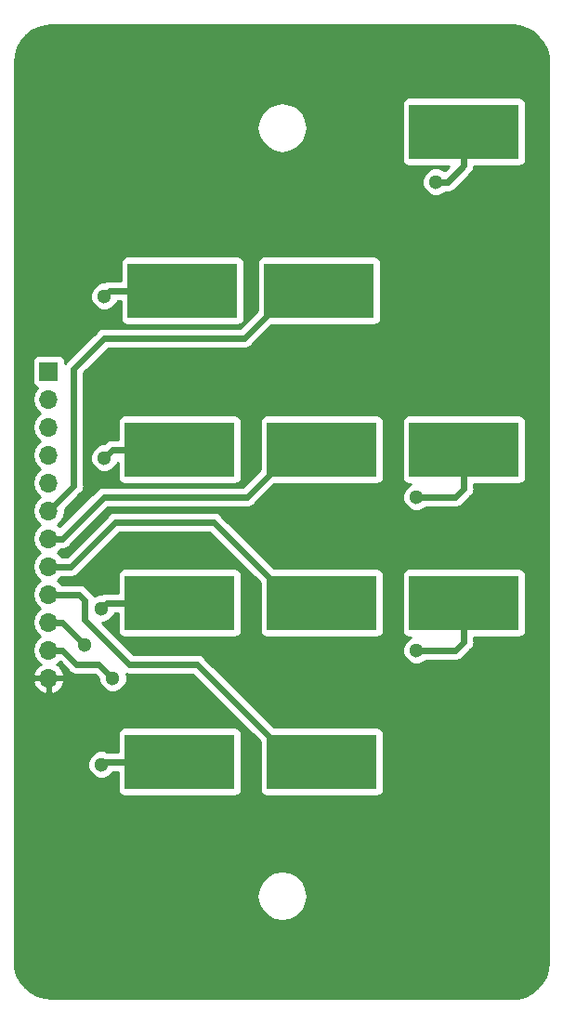
<source format=gbr>
G04 #@! TF.GenerationSoftware,KiCad,Pcbnew,5.0.1*
G04 #@! TF.CreationDate,2019-01-22T15:06:49+05:30*
G04 #@! TF.ProjectId,switches,73776974636865732E6B696361645F70,rev?*
G04 #@! TF.SameCoordinates,Original*
G04 #@! TF.FileFunction,Copper,L2,Bot,Signal*
G04 #@! TF.FilePolarity,Positive*
%FSLAX46Y46*%
G04 Gerber Fmt 4.6, Leading zero omitted, Abs format (unit mm)*
G04 Created by KiCad (PCBNEW 5.0.1) date Tue 22 Jan 2019 03:06:49 PM IST*
%MOMM*%
%LPD*%
G01*
G04 APERTURE LIST*
G04 #@! TA.AperFunction,ComponentPad*
%ADD10O,1.700000X1.700000*%
G04 #@! TD*
G04 #@! TA.AperFunction,ComponentPad*
%ADD11R,1.700000X1.700000*%
G04 #@! TD*
G04 #@! TA.AperFunction,SMDPad,CuDef*
%ADD12R,10.000000X5.000000*%
G04 #@! TD*
G04 #@! TA.AperFunction,ViaPad*
%ADD13C,1.300000*%
G04 #@! TD*
G04 #@! TA.AperFunction,Conductor*
%ADD14C,0.600000*%
G04 #@! TD*
G04 #@! TA.AperFunction,Conductor*
%ADD15C,0.254000*%
G04 #@! TD*
G04 APERTURE END LIST*
D10*
G04 #@! TO.P,J1,12*
G04 #@! TO.N,+5V*
X97790000Y-111506000D03*
G04 #@! TO.P,J1,11*
G04 #@! TO.N,/s10*
X97790000Y-108966000D03*
G04 #@! TO.P,J1,10*
G04 #@! TO.N,/s9*
X97790000Y-106426000D03*
G04 #@! TO.P,J1,9*
G04 #@! TO.N,/s8*
X97790000Y-103886000D03*
G04 #@! TO.P,J1,8*
G04 #@! TO.N,/s7*
X97790000Y-101346000D03*
G04 #@! TO.P,J1,7*
G04 #@! TO.N,/s6*
X97790000Y-98806000D03*
G04 #@! TO.P,J1,6*
G04 #@! TO.N,/s5*
X97790000Y-96266000D03*
G04 #@! TO.P,J1,5*
G04 #@! TO.N,/s4*
X97790000Y-93726000D03*
G04 #@! TO.P,J1,4*
G04 #@! TO.N,/s3*
X97790000Y-91186000D03*
G04 #@! TO.P,J1,3*
G04 #@! TO.N,/s2*
X97790000Y-88646000D03*
G04 #@! TO.P,J1,2*
G04 #@! TO.N,/s1*
X97790000Y-86106000D03*
D11*
G04 #@! TO.P,J1,1*
G04 #@! TO.N,GND*
X97790000Y-83566000D03*
G04 #@! TD*
D12*
G04 #@! TO.P,J12,1*
G04 #@! TO.N,/s10*
X135636000Y-104648000D03*
G04 #@! TD*
G04 #@! TO.P,J11,1*
G04 #@! TO.N,/s9*
X135636000Y-90678000D03*
G04 #@! TD*
G04 #@! TO.P,J10,1*
G04 #@! TO.N,/s8*
X122682000Y-119126000D03*
G04 #@! TD*
G04 #@! TO.P,J9,1*
G04 #@! TO.N,/s7*
X122682000Y-104648000D03*
G04 #@! TD*
G04 #@! TO.P,J8,1*
G04 #@! TO.N,/s6*
X122682000Y-90678000D03*
G04 #@! TD*
G04 #@! TO.P,J7,1*
G04 #@! TO.N,/s5*
X122428000Y-76200000D03*
G04 #@! TD*
G04 #@! TO.P,J6,1*
G04 #@! TO.N,/s4*
X109728000Y-119126000D03*
G04 #@! TD*
G04 #@! TO.P,J5,1*
G04 #@! TO.N,/s3*
X109728000Y-104648000D03*
G04 #@! TD*
G04 #@! TO.P,J4,1*
G04 #@! TO.N,/s2*
X109728000Y-90678000D03*
G04 #@! TD*
G04 #@! TO.P,J3,1*
G04 #@! TO.N,/s1*
X109982000Y-76200000D03*
G04 #@! TD*
G04 #@! TO.P,J2,1*
G04 #@! TO.N,GND*
X135636000Y-61722000D03*
G04 #@! TD*
D13*
G04 #@! TO.N,/s10*
X131318000Y-108966000D03*
X103632000Y-111506000D03*
G04 #@! TO.N,/s8*
X122682000Y-119126000D03*
G04 #@! TO.N,/s6*
X122682000Y-90678000D03*
G04 #@! TO.N,/s4*
X102616000Y-119380000D03*
G04 #@! TO.N,/s2*
X102870000Y-91440000D03*
G04 #@! TO.N,/s9*
X131318000Y-94996000D03*
X101092000Y-108458000D03*
G04 #@! TO.N,/s7*
X122682000Y-104640723D03*
G04 #@! TO.N,/s5*
X122428000Y-76164543D03*
G04 #@! TO.N,/s3*
X102616000Y-105156000D03*
G04 #@! TO.N,/s1*
X102870000Y-76708000D03*
G04 #@! TO.N,GND*
X133096000Y-66294000D03*
G04 #@! TO.N,+5V*
X121412000Y-100330000D03*
X121412000Y-71628000D03*
X105664000Y-70358000D03*
X105664000Y-85090000D03*
X105664000Y-99060000D03*
X105664000Y-113792000D03*
X121412000Y-114808000D03*
X130302000Y-99314000D03*
X121412000Y-86360000D03*
X130302000Y-85090000D03*
G04 #@! TD*
D14*
G04 #@! TO.N,/s10*
X131318000Y-108966000D02*
X134874000Y-108966000D01*
X135636000Y-108204000D02*
X135636000Y-104648000D01*
X134874000Y-108966000D02*
X135636000Y-108204000D01*
X100330000Y-110236000D02*
X99060000Y-108966000D01*
X102362000Y-110236000D02*
X100330000Y-110236000D01*
X97790000Y-108966000D02*
X99060000Y-108966000D01*
X102362000Y-110236000D02*
X103632000Y-111506000D01*
G04 #@! TO.N,/s8*
X120182000Y-119126000D02*
X122682000Y-119126000D01*
X97790000Y-103886000D02*
X100584000Y-103886000D01*
X100584000Y-103886000D02*
X101092000Y-104394000D01*
X101092000Y-104394000D02*
X101092000Y-106172000D01*
X101092000Y-106172000D02*
X105156000Y-110236000D01*
X105156000Y-110236000D02*
X111292000Y-110236000D01*
X111292000Y-110236000D02*
X120182000Y-119126000D01*
G04 #@! TO.N,/s6*
X98992081Y-98806000D02*
X102802081Y-94996000D01*
X97790000Y-98806000D02*
X98992081Y-98806000D01*
X120182000Y-90678000D02*
X122682000Y-90678000D01*
X115864000Y-94996000D02*
X120182000Y-90678000D01*
X102802081Y-94996000D02*
X115864000Y-94996000D01*
G04 #@! TO.N,/s4*
X102870000Y-119126000D02*
X102616000Y-119380000D01*
X109728000Y-119126000D02*
X102870000Y-119126000D01*
G04 #@! TO.N,/s2*
X103632000Y-90678000D02*
X102870000Y-91440000D01*
X109728000Y-90678000D02*
X103632000Y-90678000D01*
G04 #@! TO.N,/s9*
X135636000Y-94234000D02*
X134874000Y-94996000D01*
X131318000Y-94996000D02*
X134874000Y-94996000D01*
X135636000Y-94234000D02*
X135636000Y-90678000D01*
X97790000Y-106426000D02*
X99060000Y-106426000D01*
X99060000Y-106426000D02*
X101092000Y-108458000D01*
G04 #@! TO.N,/s7*
X97790000Y-101346000D02*
X99822000Y-101346000D01*
X99822000Y-101346000D02*
X103886000Y-97282000D01*
X120182000Y-104648000D02*
X122682000Y-104648000D01*
X112816000Y-97282000D02*
X120182000Y-104648000D01*
X103886000Y-97282000D02*
X112816000Y-97282000D01*
G04 #@! TO.N,/s5*
X97790000Y-96266000D02*
X100076000Y-93980000D01*
X100076000Y-93980000D02*
X100076000Y-83312000D01*
X100076000Y-83312000D02*
X102870000Y-80518000D01*
X119928000Y-76200000D02*
X122428000Y-76200000D01*
X115610000Y-80518000D02*
X119928000Y-76200000D01*
X102870000Y-80518000D02*
X115610000Y-80518000D01*
G04 #@! TO.N,/s3*
X103124000Y-104648000D02*
X102616000Y-105156000D01*
X109728000Y-104648000D02*
X103124000Y-104648000D01*
G04 #@! TO.N,/s1*
X103378000Y-76200000D02*
X102870000Y-76708000D01*
X109982000Y-76200000D02*
X103378000Y-76200000D01*
G04 #@! TO.N,GND*
X134164000Y-66294000D02*
X133096000Y-66294000D01*
X135636000Y-61722000D02*
X135636000Y-64822000D01*
X135636000Y-64822000D02*
X134164000Y-66294000D01*
G04 #@! TD*
D15*
G04 #@! TO.N,+5V*
G36*
X140683861Y-52128160D02*
X141322530Y-52328307D01*
X141907902Y-52652784D01*
X142416078Y-53088343D01*
X142826289Y-53617183D01*
X143121786Y-54217712D01*
X143292623Y-54873567D01*
X143333001Y-55398325D01*
X143333000Y-137337302D01*
X143261839Y-138037865D01*
X143061693Y-138676532D01*
X142737215Y-139261904D01*
X142301657Y-139770077D01*
X141772815Y-140180290D01*
X141172287Y-140475786D01*
X140516433Y-140646623D01*
X139991687Y-140687000D01*
X98052698Y-140687000D01*
X97352135Y-140615839D01*
X96713468Y-140415693D01*
X96128096Y-140091215D01*
X95619923Y-139655657D01*
X95209710Y-139126815D01*
X94914214Y-138526287D01*
X94743377Y-137870433D01*
X94703000Y-137345687D01*
X94703000Y-131372000D01*
X116748327Y-131372000D01*
X116861142Y-132084284D01*
X117188543Y-132726845D01*
X117698482Y-133236784D01*
X118341043Y-133564185D01*
X119053327Y-133677000D01*
X119765611Y-133564185D01*
X120408172Y-133236784D01*
X120918111Y-132726845D01*
X121245512Y-132084284D01*
X121358327Y-131372000D01*
X121245512Y-130659716D01*
X120918111Y-130017155D01*
X120408172Y-129507216D01*
X119765611Y-129179815D01*
X119053327Y-129067000D01*
X118341043Y-129179815D01*
X117698482Y-129507216D01*
X117188543Y-130017155D01*
X116861142Y-130659716D01*
X116748327Y-131372000D01*
X94703000Y-131372000D01*
X94703000Y-119124398D01*
X101331000Y-119124398D01*
X101331000Y-119635602D01*
X101526629Y-120107894D01*
X101888106Y-120469371D01*
X102360398Y-120665000D01*
X102871602Y-120665000D01*
X103343894Y-120469371D01*
X103705371Y-120107894D01*
X103724795Y-120061000D01*
X104080560Y-120061000D01*
X104080560Y-121626000D01*
X104129843Y-121873765D01*
X104270191Y-122083809D01*
X104480235Y-122224157D01*
X104728000Y-122273440D01*
X114728000Y-122273440D01*
X114975765Y-122224157D01*
X115185809Y-122083809D01*
X115326157Y-121873765D01*
X115375440Y-121626000D01*
X115375440Y-116626000D01*
X115326157Y-116378235D01*
X115185809Y-116168191D01*
X114975765Y-116027843D01*
X114728000Y-115978560D01*
X104728000Y-115978560D01*
X104480235Y-116027843D01*
X104270191Y-116168191D01*
X104129843Y-116378235D01*
X104080560Y-116626000D01*
X104080560Y-118191000D01*
X103103367Y-118191000D01*
X102871602Y-118095000D01*
X102360398Y-118095000D01*
X101888106Y-118290629D01*
X101526629Y-118652106D01*
X101331000Y-119124398D01*
X94703000Y-119124398D01*
X94703000Y-111862890D01*
X96348524Y-111862890D01*
X96518355Y-112272924D01*
X96908642Y-112701183D01*
X97433108Y-112947486D01*
X97663000Y-112826819D01*
X97663000Y-111633000D01*
X97917000Y-111633000D01*
X97917000Y-112826819D01*
X98146892Y-112947486D01*
X98671358Y-112701183D01*
X99061645Y-112272924D01*
X99231476Y-111862890D01*
X99110155Y-111633000D01*
X97917000Y-111633000D01*
X97663000Y-111633000D01*
X96469845Y-111633000D01*
X96348524Y-111862890D01*
X94703000Y-111862890D01*
X94703000Y-86106000D01*
X96275908Y-86106000D01*
X96391161Y-86685418D01*
X96719375Y-87176625D01*
X97017761Y-87376000D01*
X96719375Y-87575375D01*
X96391161Y-88066582D01*
X96275908Y-88646000D01*
X96391161Y-89225418D01*
X96719375Y-89716625D01*
X97017761Y-89916000D01*
X96719375Y-90115375D01*
X96391161Y-90606582D01*
X96275908Y-91186000D01*
X96391161Y-91765418D01*
X96719375Y-92256625D01*
X97017761Y-92456000D01*
X96719375Y-92655375D01*
X96391161Y-93146582D01*
X96275908Y-93726000D01*
X96391161Y-94305418D01*
X96719375Y-94796625D01*
X97017761Y-94996000D01*
X96719375Y-95195375D01*
X96391161Y-95686582D01*
X96275908Y-96266000D01*
X96391161Y-96845418D01*
X96719375Y-97336625D01*
X97017761Y-97536000D01*
X96719375Y-97735375D01*
X96391161Y-98226582D01*
X96275908Y-98806000D01*
X96391161Y-99385418D01*
X96719375Y-99876625D01*
X97017761Y-100076000D01*
X96719375Y-100275375D01*
X96391161Y-100766582D01*
X96275908Y-101346000D01*
X96391161Y-101925418D01*
X96719375Y-102416625D01*
X97017761Y-102616000D01*
X96719375Y-102815375D01*
X96391161Y-103306582D01*
X96275908Y-103886000D01*
X96391161Y-104465418D01*
X96719375Y-104956625D01*
X97017761Y-105156000D01*
X96719375Y-105355375D01*
X96391161Y-105846582D01*
X96275908Y-106426000D01*
X96391161Y-107005418D01*
X96719375Y-107496625D01*
X97017761Y-107696000D01*
X96719375Y-107895375D01*
X96391161Y-108386582D01*
X96275908Y-108966000D01*
X96391161Y-109545418D01*
X96719375Y-110036625D01*
X97038478Y-110249843D01*
X96908642Y-110310817D01*
X96518355Y-110739076D01*
X96348524Y-111149110D01*
X96469845Y-111379000D01*
X97663000Y-111379000D01*
X97663000Y-111359000D01*
X97917000Y-111359000D01*
X97917000Y-111379000D01*
X99110155Y-111379000D01*
X99231476Y-111149110D01*
X99061645Y-110739076D01*
X98671358Y-110310817D01*
X98541522Y-110249843D01*
X98829280Y-110057569D01*
X99603740Y-110832030D01*
X99655903Y-110910097D01*
X99965181Y-111116750D01*
X100237914Y-111171000D01*
X100237917Y-111171000D01*
X100329999Y-111189316D01*
X100422081Y-111171000D01*
X101974711Y-111171000D01*
X102347000Y-111543290D01*
X102347000Y-111761602D01*
X102542629Y-112233894D01*
X102904106Y-112595371D01*
X103376398Y-112791000D01*
X103887602Y-112791000D01*
X104359894Y-112595371D01*
X104721371Y-112233894D01*
X104917000Y-111761602D01*
X104917000Y-111250398D01*
X104867968Y-111132024D01*
X105156000Y-111189317D01*
X105248086Y-111171000D01*
X110904711Y-111171000D01*
X117034560Y-117300849D01*
X117034560Y-121626000D01*
X117083843Y-121873765D01*
X117224191Y-122083809D01*
X117434235Y-122224157D01*
X117682000Y-122273440D01*
X127682000Y-122273440D01*
X127929765Y-122224157D01*
X128139809Y-122083809D01*
X128280157Y-121873765D01*
X128329440Y-121626000D01*
X128329440Y-116626000D01*
X128280157Y-116378235D01*
X128139809Y-116168191D01*
X127929765Y-116027843D01*
X127682000Y-115978560D01*
X118356849Y-115978560D01*
X112018261Y-109639972D01*
X111966097Y-109561903D01*
X111656819Y-109355250D01*
X111384086Y-109301000D01*
X111292000Y-109282683D01*
X111199914Y-109301000D01*
X105543290Y-109301000D01*
X102683289Y-106441000D01*
X102871602Y-106441000D01*
X103343894Y-106245371D01*
X103705371Y-105883894D01*
X103830005Y-105583000D01*
X104080560Y-105583000D01*
X104080560Y-107148000D01*
X104129843Y-107395765D01*
X104270191Y-107605809D01*
X104480235Y-107746157D01*
X104728000Y-107795440D01*
X114728000Y-107795440D01*
X114975765Y-107746157D01*
X115185809Y-107605809D01*
X115326157Y-107395765D01*
X115375440Y-107148000D01*
X115375440Y-102148000D01*
X115326157Y-101900235D01*
X115185809Y-101690191D01*
X114975765Y-101549843D01*
X114728000Y-101500560D01*
X104728000Y-101500560D01*
X104480235Y-101549843D01*
X104270191Y-101690191D01*
X104129843Y-101900235D01*
X104080560Y-102148000D01*
X104080560Y-103713000D01*
X103216080Y-103713000D01*
X103123999Y-103694684D01*
X103031918Y-103713000D01*
X103031914Y-103713000D01*
X102759181Y-103767250D01*
X102603908Y-103871000D01*
X102360398Y-103871000D01*
X101973189Y-104031387D01*
X101972750Y-104029181D01*
X101766097Y-103719903D01*
X101688028Y-103667739D01*
X101310261Y-103289972D01*
X101258097Y-103211903D01*
X100948819Y-103005250D01*
X100676086Y-102951000D01*
X100584000Y-102932683D01*
X100491914Y-102951000D01*
X98951247Y-102951000D01*
X98860625Y-102815375D01*
X98562239Y-102616000D01*
X98860625Y-102416625D01*
X98951247Y-102281000D01*
X99729914Y-102281000D01*
X99822000Y-102299317D01*
X99914086Y-102281000D01*
X100186819Y-102226750D01*
X100496097Y-102020097D01*
X100548261Y-101942028D01*
X104273290Y-98217000D01*
X112428711Y-98217000D01*
X117034560Y-102822850D01*
X117034560Y-107148000D01*
X117083843Y-107395765D01*
X117224191Y-107605809D01*
X117434235Y-107746157D01*
X117682000Y-107795440D01*
X127682000Y-107795440D01*
X127929765Y-107746157D01*
X128139809Y-107605809D01*
X128280157Y-107395765D01*
X128329440Y-107148000D01*
X128329440Y-102148000D01*
X129988560Y-102148000D01*
X129988560Y-107148000D01*
X130037843Y-107395765D01*
X130178191Y-107605809D01*
X130388235Y-107746157D01*
X130636000Y-107795440D01*
X130786114Y-107795440D01*
X130590106Y-107876629D01*
X130228629Y-108238106D01*
X130033000Y-108710398D01*
X130033000Y-109221602D01*
X130228629Y-109693894D01*
X130590106Y-110055371D01*
X131062398Y-110251000D01*
X131573602Y-110251000D01*
X132045894Y-110055371D01*
X132200265Y-109901000D01*
X134781914Y-109901000D01*
X134874000Y-109919317D01*
X134966086Y-109901000D01*
X135238819Y-109846750D01*
X135548097Y-109640097D01*
X135600261Y-109562028D01*
X136232031Y-108930259D01*
X136310097Y-108878097D01*
X136516750Y-108568819D01*
X136571000Y-108296086D01*
X136571000Y-108296085D01*
X136589317Y-108204000D01*
X136571000Y-108111914D01*
X136571000Y-107795440D01*
X140636000Y-107795440D01*
X140883765Y-107746157D01*
X141093809Y-107605809D01*
X141234157Y-107395765D01*
X141283440Y-107148000D01*
X141283440Y-102148000D01*
X141234157Y-101900235D01*
X141093809Y-101690191D01*
X140883765Y-101549843D01*
X140636000Y-101500560D01*
X130636000Y-101500560D01*
X130388235Y-101549843D01*
X130178191Y-101690191D01*
X130037843Y-101900235D01*
X129988560Y-102148000D01*
X128329440Y-102148000D01*
X128280157Y-101900235D01*
X128139809Y-101690191D01*
X127929765Y-101549843D01*
X127682000Y-101500560D01*
X118356850Y-101500560D01*
X113542261Y-96685972D01*
X113490097Y-96607903D01*
X113180819Y-96401250D01*
X112908086Y-96347000D01*
X112816000Y-96328683D01*
X112723914Y-96347000D01*
X103978086Y-96347000D01*
X103886000Y-96328683D01*
X103793914Y-96347000D01*
X103521181Y-96401250D01*
X103211903Y-96607903D01*
X103159741Y-96685969D01*
X99434711Y-100411000D01*
X98951247Y-100411000D01*
X98860625Y-100275375D01*
X98562239Y-100076000D01*
X98860625Y-99876625D01*
X98945234Y-99749999D01*
X98992081Y-99759317D01*
X99084167Y-99741000D01*
X99356900Y-99686750D01*
X99666178Y-99480097D01*
X99718342Y-99402028D01*
X103189370Y-95931000D01*
X115771914Y-95931000D01*
X115864000Y-95949317D01*
X115956086Y-95931000D01*
X116228819Y-95876750D01*
X116538097Y-95670097D01*
X116590261Y-95592028D01*
X118356849Y-93825440D01*
X127682000Y-93825440D01*
X127929765Y-93776157D01*
X128139809Y-93635809D01*
X128280157Y-93425765D01*
X128329440Y-93178000D01*
X128329440Y-88178000D01*
X129988560Y-88178000D01*
X129988560Y-93178000D01*
X130037843Y-93425765D01*
X130178191Y-93635809D01*
X130388235Y-93776157D01*
X130636000Y-93825440D01*
X130786114Y-93825440D01*
X130590106Y-93906629D01*
X130228629Y-94268106D01*
X130033000Y-94740398D01*
X130033000Y-95251602D01*
X130228629Y-95723894D01*
X130590106Y-96085371D01*
X131062398Y-96281000D01*
X131573602Y-96281000D01*
X132045894Y-96085371D01*
X132200265Y-95931000D01*
X134781914Y-95931000D01*
X134874000Y-95949317D01*
X134966086Y-95931000D01*
X135238819Y-95876750D01*
X135548097Y-95670097D01*
X135600261Y-95592028D01*
X136232031Y-94960259D01*
X136310097Y-94908097D01*
X136516750Y-94598819D01*
X136571000Y-94326086D01*
X136571000Y-94326085D01*
X136589317Y-94234000D01*
X136571000Y-94141914D01*
X136571000Y-93825440D01*
X140636000Y-93825440D01*
X140883765Y-93776157D01*
X141093809Y-93635809D01*
X141234157Y-93425765D01*
X141283440Y-93178000D01*
X141283440Y-88178000D01*
X141234157Y-87930235D01*
X141093809Y-87720191D01*
X140883765Y-87579843D01*
X140636000Y-87530560D01*
X130636000Y-87530560D01*
X130388235Y-87579843D01*
X130178191Y-87720191D01*
X130037843Y-87930235D01*
X129988560Y-88178000D01*
X128329440Y-88178000D01*
X128280157Y-87930235D01*
X128139809Y-87720191D01*
X127929765Y-87579843D01*
X127682000Y-87530560D01*
X117682000Y-87530560D01*
X117434235Y-87579843D01*
X117224191Y-87720191D01*
X117083843Y-87930235D01*
X117034560Y-88178000D01*
X117034560Y-92503151D01*
X115476711Y-94061000D01*
X102894167Y-94061000D01*
X102802081Y-94042683D01*
X102709995Y-94061000D01*
X102437262Y-94115250D01*
X102127984Y-94321903D01*
X102075820Y-94399972D01*
X98788566Y-97687226D01*
X98562239Y-97536000D01*
X98860625Y-97336625D01*
X99188839Y-96845418D01*
X99304092Y-96266000D01*
X99272270Y-96106019D01*
X100672031Y-94706259D01*
X100750097Y-94654097D01*
X100956750Y-94344819D01*
X101011000Y-94072086D01*
X101011000Y-94072083D01*
X101029316Y-93980001D01*
X101011000Y-93887919D01*
X101011000Y-91184398D01*
X101585000Y-91184398D01*
X101585000Y-91695602D01*
X101780629Y-92167894D01*
X102142106Y-92529371D01*
X102614398Y-92725000D01*
X103125602Y-92725000D01*
X103597894Y-92529371D01*
X103959371Y-92167894D01*
X104080560Y-91875317D01*
X104080560Y-93178000D01*
X104129843Y-93425765D01*
X104270191Y-93635809D01*
X104480235Y-93776157D01*
X104728000Y-93825440D01*
X114728000Y-93825440D01*
X114975765Y-93776157D01*
X115185809Y-93635809D01*
X115326157Y-93425765D01*
X115375440Y-93178000D01*
X115375440Y-88178000D01*
X115326157Y-87930235D01*
X115185809Y-87720191D01*
X114975765Y-87579843D01*
X114728000Y-87530560D01*
X104728000Y-87530560D01*
X104480235Y-87579843D01*
X104270191Y-87720191D01*
X104129843Y-87930235D01*
X104080560Y-88178000D01*
X104080560Y-89743000D01*
X103724086Y-89743000D01*
X103632000Y-89724683D01*
X103539914Y-89743000D01*
X103267181Y-89797250D01*
X102957903Y-90003903D01*
X102905741Y-90081970D01*
X102832710Y-90155000D01*
X102614398Y-90155000D01*
X102142106Y-90350629D01*
X101780629Y-90712106D01*
X101585000Y-91184398D01*
X101011000Y-91184398D01*
X101011000Y-83699289D01*
X103257289Y-81453000D01*
X115517914Y-81453000D01*
X115610000Y-81471317D01*
X115702086Y-81453000D01*
X115974819Y-81398750D01*
X116284097Y-81192097D01*
X116336261Y-81114028D01*
X118102849Y-79347440D01*
X127428000Y-79347440D01*
X127675765Y-79298157D01*
X127885809Y-79157809D01*
X128026157Y-78947765D01*
X128075440Y-78700000D01*
X128075440Y-73700000D01*
X128026157Y-73452235D01*
X127885809Y-73242191D01*
X127675765Y-73101843D01*
X127428000Y-73052560D01*
X117428000Y-73052560D01*
X117180235Y-73101843D01*
X116970191Y-73242191D01*
X116829843Y-73452235D01*
X116780560Y-73700000D01*
X116780560Y-78025151D01*
X115222711Y-79583000D01*
X102962086Y-79583000D01*
X102870000Y-79564683D01*
X102777914Y-79583000D01*
X102505181Y-79637250D01*
X102195903Y-79843903D01*
X102143739Y-79921972D01*
X99479970Y-82585741D01*
X99401904Y-82637903D01*
X99349742Y-82715969D01*
X99349741Y-82715970D01*
X99287440Y-82809210D01*
X99287440Y-82716000D01*
X99238157Y-82468235D01*
X99097809Y-82258191D01*
X98887765Y-82117843D01*
X98640000Y-82068560D01*
X96940000Y-82068560D01*
X96692235Y-82117843D01*
X96482191Y-82258191D01*
X96341843Y-82468235D01*
X96292560Y-82716000D01*
X96292560Y-84416000D01*
X96341843Y-84663765D01*
X96482191Y-84873809D01*
X96692235Y-85014157D01*
X96737619Y-85023184D01*
X96719375Y-85035375D01*
X96391161Y-85526582D01*
X96275908Y-86106000D01*
X94703000Y-86106000D01*
X94703000Y-76452398D01*
X101585000Y-76452398D01*
X101585000Y-76963602D01*
X101780629Y-77435894D01*
X102142106Y-77797371D01*
X102614398Y-77993000D01*
X103125602Y-77993000D01*
X103597894Y-77797371D01*
X103959371Y-77435894D01*
X104084005Y-77135000D01*
X104334560Y-77135000D01*
X104334560Y-78700000D01*
X104383843Y-78947765D01*
X104524191Y-79157809D01*
X104734235Y-79298157D01*
X104982000Y-79347440D01*
X114982000Y-79347440D01*
X115229765Y-79298157D01*
X115439809Y-79157809D01*
X115580157Y-78947765D01*
X115629440Y-78700000D01*
X115629440Y-73700000D01*
X115580157Y-73452235D01*
X115439809Y-73242191D01*
X115229765Y-73101843D01*
X114982000Y-73052560D01*
X104982000Y-73052560D01*
X104734235Y-73101843D01*
X104524191Y-73242191D01*
X104383843Y-73452235D01*
X104334560Y-73700000D01*
X104334560Y-75265000D01*
X103470080Y-75265000D01*
X103377999Y-75246684D01*
X103285918Y-75265000D01*
X103285914Y-75265000D01*
X103013181Y-75319250D01*
X102857908Y-75423000D01*
X102614398Y-75423000D01*
X102142106Y-75618629D01*
X101780629Y-75980106D01*
X101585000Y-76452398D01*
X94703000Y-76452398D01*
X94703000Y-61372000D01*
X116748326Y-61372000D01*
X116861141Y-62084284D01*
X117188542Y-62726846D01*
X117698481Y-63236785D01*
X118341043Y-63564186D01*
X119053327Y-63677001D01*
X119765611Y-63564186D01*
X120408173Y-63236785D01*
X120918112Y-62726846D01*
X121245513Y-62084284D01*
X121358328Y-61372000D01*
X121245513Y-60659716D01*
X120918112Y-60017154D01*
X120408173Y-59507215D01*
X119848406Y-59222000D01*
X129988560Y-59222000D01*
X129988560Y-64222000D01*
X130037843Y-64469765D01*
X130178191Y-64679809D01*
X130388235Y-64820157D01*
X130636000Y-64869440D01*
X134266270Y-64869440D01*
X133877488Y-65258223D01*
X133823894Y-65204629D01*
X133351602Y-65009000D01*
X132840398Y-65009000D01*
X132368106Y-65204629D01*
X132006629Y-65566106D01*
X131811000Y-66038398D01*
X131811000Y-66549602D01*
X132006629Y-67021894D01*
X132368106Y-67383371D01*
X132840398Y-67579000D01*
X133351602Y-67579000D01*
X133823894Y-67383371D01*
X133978265Y-67229000D01*
X134071914Y-67229000D01*
X134164000Y-67247317D01*
X134256086Y-67229000D01*
X134528819Y-67174750D01*
X134838097Y-66968097D01*
X134890261Y-66890028D01*
X136232031Y-65548259D01*
X136310097Y-65496097D01*
X136516750Y-65186819D01*
X136571000Y-64914086D01*
X136571000Y-64914083D01*
X136579880Y-64869440D01*
X140636000Y-64869440D01*
X140883765Y-64820157D01*
X141093809Y-64679809D01*
X141234157Y-64469765D01*
X141283440Y-64222000D01*
X141283440Y-59222000D01*
X141234157Y-58974235D01*
X141093809Y-58764191D01*
X140883765Y-58623843D01*
X140636000Y-58574560D01*
X130636000Y-58574560D01*
X130388235Y-58623843D01*
X130178191Y-58764191D01*
X130037843Y-58974235D01*
X129988560Y-59222000D01*
X119848406Y-59222000D01*
X119765611Y-59179814D01*
X119053327Y-59066999D01*
X118341043Y-59179814D01*
X117698481Y-59507215D01*
X117188542Y-60017154D01*
X116861141Y-60659716D01*
X116748326Y-61372000D01*
X94703000Y-61372000D01*
X94703000Y-55406698D01*
X94774160Y-54706139D01*
X94974307Y-54067470D01*
X95298784Y-53482098D01*
X95734343Y-52973922D01*
X96263183Y-52563711D01*
X96863712Y-52268214D01*
X97519567Y-52097377D01*
X98044313Y-52057000D01*
X139983302Y-52057000D01*
X140683861Y-52128160D01*
X140683861Y-52128160D01*
G37*
X140683861Y-52128160D02*
X141322530Y-52328307D01*
X141907902Y-52652784D01*
X142416078Y-53088343D01*
X142826289Y-53617183D01*
X143121786Y-54217712D01*
X143292623Y-54873567D01*
X143333001Y-55398325D01*
X143333000Y-137337302D01*
X143261839Y-138037865D01*
X143061693Y-138676532D01*
X142737215Y-139261904D01*
X142301657Y-139770077D01*
X141772815Y-140180290D01*
X141172287Y-140475786D01*
X140516433Y-140646623D01*
X139991687Y-140687000D01*
X98052698Y-140687000D01*
X97352135Y-140615839D01*
X96713468Y-140415693D01*
X96128096Y-140091215D01*
X95619923Y-139655657D01*
X95209710Y-139126815D01*
X94914214Y-138526287D01*
X94743377Y-137870433D01*
X94703000Y-137345687D01*
X94703000Y-131372000D01*
X116748327Y-131372000D01*
X116861142Y-132084284D01*
X117188543Y-132726845D01*
X117698482Y-133236784D01*
X118341043Y-133564185D01*
X119053327Y-133677000D01*
X119765611Y-133564185D01*
X120408172Y-133236784D01*
X120918111Y-132726845D01*
X121245512Y-132084284D01*
X121358327Y-131372000D01*
X121245512Y-130659716D01*
X120918111Y-130017155D01*
X120408172Y-129507216D01*
X119765611Y-129179815D01*
X119053327Y-129067000D01*
X118341043Y-129179815D01*
X117698482Y-129507216D01*
X117188543Y-130017155D01*
X116861142Y-130659716D01*
X116748327Y-131372000D01*
X94703000Y-131372000D01*
X94703000Y-119124398D01*
X101331000Y-119124398D01*
X101331000Y-119635602D01*
X101526629Y-120107894D01*
X101888106Y-120469371D01*
X102360398Y-120665000D01*
X102871602Y-120665000D01*
X103343894Y-120469371D01*
X103705371Y-120107894D01*
X103724795Y-120061000D01*
X104080560Y-120061000D01*
X104080560Y-121626000D01*
X104129843Y-121873765D01*
X104270191Y-122083809D01*
X104480235Y-122224157D01*
X104728000Y-122273440D01*
X114728000Y-122273440D01*
X114975765Y-122224157D01*
X115185809Y-122083809D01*
X115326157Y-121873765D01*
X115375440Y-121626000D01*
X115375440Y-116626000D01*
X115326157Y-116378235D01*
X115185809Y-116168191D01*
X114975765Y-116027843D01*
X114728000Y-115978560D01*
X104728000Y-115978560D01*
X104480235Y-116027843D01*
X104270191Y-116168191D01*
X104129843Y-116378235D01*
X104080560Y-116626000D01*
X104080560Y-118191000D01*
X103103367Y-118191000D01*
X102871602Y-118095000D01*
X102360398Y-118095000D01*
X101888106Y-118290629D01*
X101526629Y-118652106D01*
X101331000Y-119124398D01*
X94703000Y-119124398D01*
X94703000Y-111862890D01*
X96348524Y-111862890D01*
X96518355Y-112272924D01*
X96908642Y-112701183D01*
X97433108Y-112947486D01*
X97663000Y-112826819D01*
X97663000Y-111633000D01*
X97917000Y-111633000D01*
X97917000Y-112826819D01*
X98146892Y-112947486D01*
X98671358Y-112701183D01*
X99061645Y-112272924D01*
X99231476Y-111862890D01*
X99110155Y-111633000D01*
X97917000Y-111633000D01*
X97663000Y-111633000D01*
X96469845Y-111633000D01*
X96348524Y-111862890D01*
X94703000Y-111862890D01*
X94703000Y-86106000D01*
X96275908Y-86106000D01*
X96391161Y-86685418D01*
X96719375Y-87176625D01*
X97017761Y-87376000D01*
X96719375Y-87575375D01*
X96391161Y-88066582D01*
X96275908Y-88646000D01*
X96391161Y-89225418D01*
X96719375Y-89716625D01*
X97017761Y-89916000D01*
X96719375Y-90115375D01*
X96391161Y-90606582D01*
X96275908Y-91186000D01*
X96391161Y-91765418D01*
X96719375Y-92256625D01*
X97017761Y-92456000D01*
X96719375Y-92655375D01*
X96391161Y-93146582D01*
X96275908Y-93726000D01*
X96391161Y-94305418D01*
X96719375Y-94796625D01*
X97017761Y-94996000D01*
X96719375Y-95195375D01*
X96391161Y-95686582D01*
X96275908Y-96266000D01*
X96391161Y-96845418D01*
X96719375Y-97336625D01*
X97017761Y-97536000D01*
X96719375Y-97735375D01*
X96391161Y-98226582D01*
X96275908Y-98806000D01*
X96391161Y-99385418D01*
X96719375Y-99876625D01*
X97017761Y-100076000D01*
X96719375Y-100275375D01*
X96391161Y-100766582D01*
X96275908Y-101346000D01*
X96391161Y-101925418D01*
X96719375Y-102416625D01*
X97017761Y-102616000D01*
X96719375Y-102815375D01*
X96391161Y-103306582D01*
X96275908Y-103886000D01*
X96391161Y-104465418D01*
X96719375Y-104956625D01*
X97017761Y-105156000D01*
X96719375Y-105355375D01*
X96391161Y-105846582D01*
X96275908Y-106426000D01*
X96391161Y-107005418D01*
X96719375Y-107496625D01*
X97017761Y-107696000D01*
X96719375Y-107895375D01*
X96391161Y-108386582D01*
X96275908Y-108966000D01*
X96391161Y-109545418D01*
X96719375Y-110036625D01*
X97038478Y-110249843D01*
X96908642Y-110310817D01*
X96518355Y-110739076D01*
X96348524Y-111149110D01*
X96469845Y-111379000D01*
X97663000Y-111379000D01*
X97663000Y-111359000D01*
X97917000Y-111359000D01*
X97917000Y-111379000D01*
X99110155Y-111379000D01*
X99231476Y-111149110D01*
X99061645Y-110739076D01*
X98671358Y-110310817D01*
X98541522Y-110249843D01*
X98829280Y-110057569D01*
X99603740Y-110832030D01*
X99655903Y-110910097D01*
X99965181Y-111116750D01*
X100237914Y-111171000D01*
X100237917Y-111171000D01*
X100329999Y-111189316D01*
X100422081Y-111171000D01*
X101974711Y-111171000D01*
X102347000Y-111543290D01*
X102347000Y-111761602D01*
X102542629Y-112233894D01*
X102904106Y-112595371D01*
X103376398Y-112791000D01*
X103887602Y-112791000D01*
X104359894Y-112595371D01*
X104721371Y-112233894D01*
X104917000Y-111761602D01*
X104917000Y-111250398D01*
X104867968Y-111132024D01*
X105156000Y-111189317D01*
X105248086Y-111171000D01*
X110904711Y-111171000D01*
X117034560Y-117300849D01*
X117034560Y-121626000D01*
X117083843Y-121873765D01*
X117224191Y-122083809D01*
X117434235Y-122224157D01*
X117682000Y-122273440D01*
X127682000Y-122273440D01*
X127929765Y-122224157D01*
X128139809Y-122083809D01*
X128280157Y-121873765D01*
X128329440Y-121626000D01*
X128329440Y-116626000D01*
X128280157Y-116378235D01*
X128139809Y-116168191D01*
X127929765Y-116027843D01*
X127682000Y-115978560D01*
X118356849Y-115978560D01*
X112018261Y-109639972D01*
X111966097Y-109561903D01*
X111656819Y-109355250D01*
X111384086Y-109301000D01*
X111292000Y-109282683D01*
X111199914Y-109301000D01*
X105543290Y-109301000D01*
X102683289Y-106441000D01*
X102871602Y-106441000D01*
X103343894Y-106245371D01*
X103705371Y-105883894D01*
X103830005Y-105583000D01*
X104080560Y-105583000D01*
X104080560Y-107148000D01*
X104129843Y-107395765D01*
X104270191Y-107605809D01*
X104480235Y-107746157D01*
X104728000Y-107795440D01*
X114728000Y-107795440D01*
X114975765Y-107746157D01*
X115185809Y-107605809D01*
X115326157Y-107395765D01*
X115375440Y-107148000D01*
X115375440Y-102148000D01*
X115326157Y-101900235D01*
X115185809Y-101690191D01*
X114975765Y-101549843D01*
X114728000Y-101500560D01*
X104728000Y-101500560D01*
X104480235Y-101549843D01*
X104270191Y-101690191D01*
X104129843Y-101900235D01*
X104080560Y-102148000D01*
X104080560Y-103713000D01*
X103216080Y-103713000D01*
X103123999Y-103694684D01*
X103031918Y-103713000D01*
X103031914Y-103713000D01*
X102759181Y-103767250D01*
X102603908Y-103871000D01*
X102360398Y-103871000D01*
X101973189Y-104031387D01*
X101972750Y-104029181D01*
X101766097Y-103719903D01*
X101688028Y-103667739D01*
X101310261Y-103289972D01*
X101258097Y-103211903D01*
X100948819Y-103005250D01*
X100676086Y-102951000D01*
X100584000Y-102932683D01*
X100491914Y-102951000D01*
X98951247Y-102951000D01*
X98860625Y-102815375D01*
X98562239Y-102616000D01*
X98860625Y-102416625D01*
X98951247Y-102281000D01*
X99729914Y-102281000D01*
X99822000Y-102299317D01*
X99914086Y-102281000D01*
X100186819Y-102226750D01*
X100496097Y-102020097D01*
X100548261Y-101942028D01*
X104273290Y-98217000D01*
X112428711Y-98217000D01*
X117034560Y-102822850D01*
X117034560Y-107148000D01*
X117083843Y-107395765D01*
X117224191Y-107605809D01*
X117434235Y-107746157D01*
X117682000Y-107795440D01*
X127682000Y-107795440D01*
X127929765Y-107746157D01*
X128139809Y-107605809D01*
X128280157Y-107395765D01*
X128329440Y-107148000D01*
X128329440Y-102148000D01*
X129988560Y-102148000D01*
X129988560Y-107148000D01*
X130037843Y-107395765D01*
X130178191Y-107605809D01*
X130388235Y-107746157D01*
X130636000Y-107795440D01*
X130786114Y-107795440D01*
X130590106Y-107876629D01*
X130228629Y-108238106D01*
X130033000Y-108710398D01*
X130033000Y-109221602D01*
X130228629Y-109693894D01*
X130590106Y-110055371D01*
X131062398Y-110251000D01*
X131573602Y-110251000D01*
X132045894Y-110055371D01*
X132200265Y-109901000D01*
X134781914Y-109901000D01*
X134874000Y-109919317D01*
X134966086Y-109901000D01*
X135238819Y-109846750D01*
X135548097Y-109640097D01*
X135600261Y-109562028D01*
X136232031Y-108930259D01*
X136310097Y-108878097D01*
X136516750Y-108568819D01*
X136571000Y-108296086D01*
X136571000Y-108296085D01*
X136589317Y-108204000D01*
X136571000Y-108111914D01*
X136571000Y-107795440D01*
X140636000Y-107795440D01*
X140883765Y-107746157D01*
X141093809Y-107605809D01*
X141234157Y-107395765D01*
X141283440Y-107148000D01*
X141283440Y-102148000D01*
X141234157Y-101900235D01*
X141093809Y-101690191D01*
X140883765Y-101549843D01*
X140636000Y-101500560D01*
X130636000Y-101500560D01*
X130388235Y-101549843D01*
X130178191Y-101690191D01*
X130037843Y-101900235D01*
X129988560Y-102148000D01*
X128329440Y-102148000D01*
X128280157Y-101900235D01*
X128139809Y-101690191D01*
X127929765Y-101549843D01*
X127682000Y-101500560D01*
X118356850Y-101500560D01*
X113542261Y-96685972D01*
X113490097Y-96607903D01*
X113180819Y-96401250D01*
X112908086Y-96347000D01*
X112816000Y-96328683D01*
X112723914Y-96347000D01*
X103978086Y-96347000D01*
X103886000Y-96328683D01*
X103793914Y-96347000D01*
X103521181Y-96401250D01*
X103211903Y-96607903D01*
X103159741Y-96685969D01*
X99434711Y-100411000D01*
X98951247Y-100411000D01*
X98860625Y-100275375D01*
X98562239Y-100076000D01*
X98860625Y-99876625D01*
X98945234Y-99749999D01*
X98992081Y-99759317D01*
X99084167Y-99741000D01*
X99356900Y-99686750D01*
X99666178Y-99480097D01*
X99718342Y-99402028D01*
X103189370Y-95931000D01*
X115771914Y-95931000D01*
X115864000Y-95949317D01*
X115956086Y-95931000D01*
X116228819Y-95876750D01*
X116538097Y-95670097D01*
X116590261Y-95592028D01*
X118356849Y-93825440D01*
X127682000Y-93825440D01*
X127929765Y-93776157D01*
X128139809Y-93635809D01*
X128280157Y-93425765D01*
X128329440Y-93178000D01*
X128329440Y-88178000D01*
X129988560Y-88178000D01*
X129988560Y-93178000D01*
X130037843Y-93425765D01*
X130178191Y-93635809D01*
X130388235Y-93776157D01*
X130636000Y-93825440D01*
X130786114Y-93825440D01*
X130590106Y-93906629D01*
X130228629Y-94268106D01*
X130033000Y-94740398D01*
X130033000Y-95251602D01*
X130228629Y-95723894D01*
X130590106Y-96085371D01*
X131062398Y-96281000D01*
X131573602Y-96281000D01*
X132045894Y-96085371D01*
X132200265Y-95931000D01*
X134781914Y-95931000D01*
X134874000Y-95949317D01*
X134966086Y-95931000D01*
X135238819Y-95876750D01*
X135548097Y-95670097D01*
X135600261Y-95592028D01*
X136232031Y-94960259D01*
X136310097Y-94908097D01*
X136516750Y-94598819D01*
X136571000Y-94326086D01*
X136571000Y-94326085D01*
X136589317Y-94234000D01*
X136571000Y-94141914D01*
X136571000Y-93825440D01*
X140636000Y-93825440D01*
X140883765Y-93776157D01*
X141093809Y-93635809D01*
X141234157Y-93425765D01*
X141283440Y-93178000D01*
X141283440Y-88178000D01*
X141234157Y-87930235D01*
X141093809Y-87720191D01*
X140883765Y-87579843D01*
X140636000Y-87530560D01*
X130636000Y-87530560D01*
X130388235Y-87579843D01*
X130178191Y-87720191D01*
X130037843Y-87930235D01*
X129988560Y-88178000D01*
X128329440Y-88178000D01*
X128280157Y-87930235D01*
X128139809Y-87720191D01*
X127929765Y-87579843D01*
X127682000Y-87530560D01*
X117682000Y-87530560D01*
X117434235Y-87579843D01*
X117224191Y-87720191D01*
X117083843Y-87930235D01*
X117034560Y-88178000D01*
X117034560Y-92503151D01*
X115476711Y-94061000D01*
X102894167Y-94061000D01*
X102802081Y-94042683D01*
X102709995Y-94061000D01*
X102437262Y-94115250D01*
X102127984Y-94321903D01*
X102075820Y-94399972D01*
X98788566Y-97687226D01*
X98562239Y-97536000D01*
X98860625Y-97336625D01*
X99188839Y-96845418D01*
X99304092Y-96266000D01*
X99272270Y-96106019D01*
X100672031Y-94706259D01*
X100750097Y-94654097D01*
X100956750Y-94344819D01*
X101011000Y-94072086D01*
X101011000Y-94072083D01*
X101029316Y-93980001D01*
X101011000Y-93887919D01*
X101011000Y-91184398D01*
X101585000Y-91184398D01*
X101585000Y-91695602D01*
X101780629Y-92167894D01*
X102142106Y-92529371D01*
X102614398Y-92725000D01*
X103125602Y-92725000D01*
X103597894Y-92529371D01*
X103959371Y-92167894D01*
X104080560Y-91875317D01*
X104080560Y-93178000D01*
X104129843Y-93425765D01*
X104270191Y-93635809D01*
X104480235Y-93776157D01*
X104728000Y-93825440D01*
X114728000Y-93825440D01*
X114975765Y-93776157D01*
X115185809Y-93635809D01*
X115326157Y-93425765D01*
X115375440Y-93178000D01*
X115375440Y-88178000D01*
X115326157Y-87930235D01*
X115185809Y-87720191D01*
X114975765Y-87579843D01*
X114728000Y-87530560D01*
X104728000Y-87530560D01*
X104480235Y-87579843D01*
X104270191Y-87720191D01*
X104129843Y-87930235D01*
X104080560Y-88178000D01*
X104080560Y-89743000D01*
X103724086Y-89743000D01*
X103632000Y-89724683D01*
X103539914Y-89743000D01*
X103267181Y-89797250D01*
X102957903Y-90003903D01*
X102905741Y-90081970D01*
X102832710Y-90155000D01*
X102614398Y-90155000D01*
X102142106Y-90350629D01*
X101780629Y-90712106D01*
X101585000Y-91184398D01*
X101011000Y-91184398D01*
X101011000Y-83699289D01*
X103257289Y-81453000D01*
X115517914Y-81453000D01*
X115610000Y-81471317D01*
X115702086Y-81453000D01*
X115974819Y-81398750D01*
X116284097Y-81192097D01*
X116336261Y-81114028D01*
X118102849Y-79347440D01*
X127428000Y-79347440D01*
X127675765Y-79298157D01*
X127885809Y-79157809D01*
X128026157Y-78947765D01*
X128075440Y-78700000D01*
X128075440Y-73700000D01*
X128026157Y-73452235D01*
X127885809Y-73242191D01*
X127675765Y-73101843D01*
X127428000Y-73052560D01*
X117428000Y-73052560D01*
X117180235Y-73101843D01*
X116970191Y-73242191D01*
X116829843Y-73452235D01*
X116780560Y-73700000D01*
X116780560Y-78025151D01*
X115222711Y-79583000D01*
X102962086Y-79583000D01*
X102870000Y-79564683D01*
X102777914Y-79583000D01*
X102505181Y-79637250D01*
X102195903Y-79843903D01*
X102143739Y-79921972D01*
X99479970Y-82585741D01*
X99401904Y-82637903D01*
X99349742Y-82715969D01*
X99349741Y-82715970D01*
X99287440Y-82809210D01*
X99287440Y-82716000D01*
X99238157Y-82468235D01*
X99097809Y-82258191D01*
X98887765Y-82117843D01*
X98640000Y-82068560D01*
X96940000Y-82068560D01*
X96692235Y-82117843D01*
X96482191Y-82258191D01*
X96341843Y-82468235D01*
X96292560Y-82716000D01*
X96292560Y-84416000D01*
X96341843Y-84663765D01*
X96482191Y-84873809D01*
X96692235Y-85014157D01*
X96737619Y-85023184D01*
X96719375Y-85035375D01*
X96391161Y-85526582D01*
X96275908Y-86106000D01*
X94703000Y-86106000D01*
X94703000Y-76452398D01*
X101585000Y-76452398D01*
X101585000Y-76963602D01*
X101780629Y-77435894D01*
X102142106Y-77797371D01*
X102614398Y-77993000D01*
X103125602Y-77993000D01*
X103597894Y-77797371D01*
X103959371Y-77435894D01*
X104084005Y-77135000D01*
X104334560Y-77135000D01*
X104334560Y-78700000D01*
X104383843Y-78947765D01*
X104524191Y-79157809D01*
X104734235Y-79298157D01*
X104982000Y-79347440D01*
X114982000Y-79347440D01*
X115229765Y-79298157D01*
X115439809Y-79157809D01*
X115580157Y-78947765D01*
X115629440Y-78700000D01*
X115629440Y-73700000D01*
X115580157Y-73452235D01*
X115439809Y-73242191D01*
X115229765Y-73101843D01*
X114982000Y-73052560D01*
X104982000Y-73052560D01*
X104734235Y-73101843D01*
X104524191Y-73242191D01*
X104383843Y-73452235D01*
X104334560Y-73700000D01*
X104334560Y-75265000D01*
X103470080Y-75265000D01*
X103377999Y-75246684D01*
X103285918Y-75265000D01*
X103285914Y-75265000D01*
X103013181Y-75319250D01*
X102857908Y-75423000D01*
X102614398Y-75423000D01*
X102142106Y-75618629D01*
X101780629Y-75980106D01*
X101585000Y-76452398D01*
X94703000Y-76452398D01*
X94703000Y-61372000D01*
X116748326Y-61372000D01*
X116861141Y-62084284D01*
X117188542Y-62726846D01*
X117698481Y-63236785D01*
X118341043Y-63564186D01*
X119053327Y-63677001D01*
X119765611Y-63564186D01*
X120408173Y-63236785D01*
X120918112Y-62726846D01*
X121245513Y-62084284D01*
X121358328Y-61372000D01*
X121245513Y-60659716D01*
X120918112Y-60017154D01*
X120408173Y-59507215D01*
X119848406Y-59222000D01*
X129988560Y-59222000D01*
X129988560Y-64222000D01*
X130037843Y-64469765D01*
X130178191Y-64679809D01*
X130388235Y-64820157D01*
X130636000Y-64869440D01*
X134266270Y-64869440D01*
X133877488Y-65258223D01*
X133823894Y-65204629D01*
X133351602Y-65009000D01*
X132840398Y-65009000D01*
X132368106Y-65204629D01*
X132006629Y-65566106D01*
X131811000Y-66038398D01*
X131811000Y-66549602D01*
X132006629Y-67021894D01*
X132368106Y-67383371D01*
X132840398Y-67579000D01*
X133351602Y-67579000D01*
X133823894Y-67383371D01*
X133978265Y-67229000D01*
X134071914Y-67229000D01*
X134164000Y-67247317D01*
X134256086Y-67229000D01*
X134528819Y-67174750D01*
X134838097Y-66968097D01*
X134890261Y-66890028D01*
X136232031Y-65548259D01*
X136310097Y-65496097D01*
X136516750Y-65186819D01*
X136571000Y-64914086D01*
X136571000Y-64914083D01*
X136579880Y-64869440D01*
X140636000Y-64869440D01*
X140883765Y-64820157D01*
X141093809Y-64679809D01*
X141234157Y-64469765D01*
X141283440Y-64222000D01*
X141283440Y-59222000D01*
X141234157Y-58974235D01*
X141093809Y-58764191D01*
X140883765Y-58623843D01*
X140636000Y-58574560D01*
X130636000Y-58574560D01*
X130388235Y-58623843D01*
X130178191Y-58764191D01*
X130037843Y-58974235D01*
X129988560Y-59222000D01*
X119848406Y-59222000D01*
X119765611Y-59179814D01*
X119053327Y-59066999D01*
X118341043Y-59179814D01*
X117698481Y-59507215D01*
X117188542Y-60017154D01*
X116861141Y-60659716D01*
X116748326Y-61372000D01*
X94703000Y-61372000D01*
X94703000Y-55406698D01*
X94774160Y-54706139D01*
X94974307Y-54067470D01*
X95298784Y-53482098D01*
X95734343Y-52973922D01*
X96263183Y-52563711D01*
X96863712Y-52268214D01*
X97519567Y-52097377D01*
X98044313Y-52057000D01*
X139983302Y-52057000D01*
X140683861Y-52128160D01*
G04 #@! TD*
M02*

</source>
